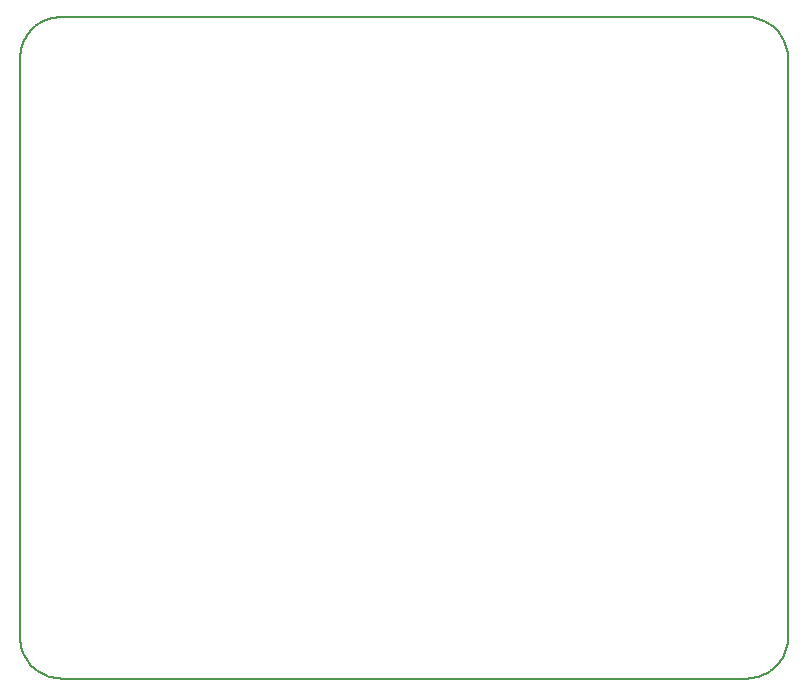
<source format=gko>
G04*
G04 #@! TF.GenerationSoftware,Altium Limited,Altium Designer,21.8.1 (53)*
G04*
G04 Layer_Color=16711935*
%FSLAX25Y25*%
%MOIN*%
G70*
G04*
G04 #@! TF.SameCoordinates,00E826D5-FD21-4A1A-8C14-BC2741F4279C*
G04*
G04*
G04 #@! TF.FilePolarity,Positive*
G04*
G01*
G75*
%ADD100C,0.00600*%
D100*
X357146Y307900D02*
X357112Y308886D01*
X357008Y309866D01*
X356833Y310837D01*
X356590Y311793D01*
X356279Y312729D01*
X355902Y313640D01*
X355461Y314523D01*
X354958Y315371D01*
X354395Y316181D01*
X353777Y316950D01*
X353104Y317671D01*
X352383Y318343D01*
X351614Y318962D01*
X350804Y319525D01*
X349956Y320028D01*
X349074Y320469D01*
X348162Y320846D01*
X347226Y321157D01*
X346270Y321400D01*
X345300Y321574D01*
X344319Y321679D01*
X343333Y321713D01*
X343549Y101201D02*
X344571Y101254D01*
X345586Y101383D01*
X346589Y101586D01*
X347573Y101863D01*
X348535Y102213D01*
X349468Y102632D01*
X350367Y103119D01*
X351228Y103672D01*
X352045Y104287D01*
X352815Y104961D01*
X353533Y105690D01*
X354195Y106470D01*
X354797Y107297D01*
X355336Y108167D01*
X355809Y109073D01*
X356214Y110013D01*
X356548Y110980D01*
X356809Y111969D01*
X356997Y112974D01*
X357110Y113991D01*
X357147Y115013D01*
X101201Y114797D02*
X101254Y113775D01*
X101383Y112760D01*
X101586Y111758D01*
X101863Y110773D01*
X102213Y109812D01*
X102632Y108879D01*
X103119Y107979D01*
X103672Y107118D01*
X104287Y106301D01*
X104961Y105531D01*
X105690Y104814D01*
X106470Y104152D01*
X107297Y103550D01*
X108167Y103011D01*
X109073Y102537D01*
X110013Y102133D01*
X110980Y101799D01*
X111969Y101537D01*
X112974Y101349D01*
X113991Y101237D01*
X115014Y101200D01*
X114711Y321712D02*
X113696Y321659D01*
X112688Y321532D01*
X111692Y321329D01*
X110713Y321054D01*
X109757Y320707D01*
X108830Y320290D01*
X107937Y319806D01*
X107081Y319257D01*
X106269Y318646D01*
X105504Y317976D01*
X104791Y317252D01*
X104133Y316476D01*
X103535Y315654D01*
X102999Y314791D01*
X102529Y313889D01*
X102127Y312956D01*
X101795Y311995D01*
X101535Y311012D01*
X101348Y310013D01*
X101237Y309002D01*
X101200Y307987D01*
X115014Y101200D02*
X343333D01*
X101200Y115014D02*
Y308000D01*
X114913Y321700D02*
X343346D01*
X357100Y114967D02*
Y307946D01*
M02*

</source>
